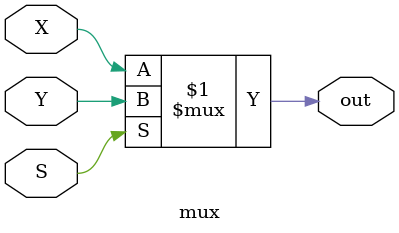
<source format=v>
module mux(X, Y, S, out);
input X, Y, S;
output wire out;

assign out = S ? Y : X;
endmodule
</source>
